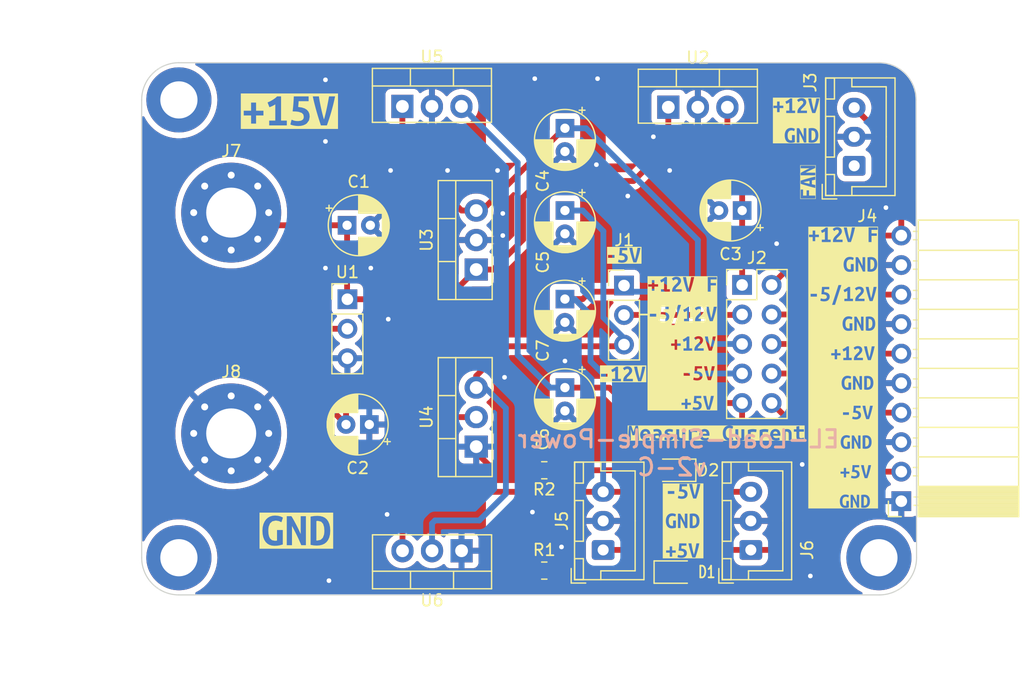
<source format=kicad_pcb>
(kicad_pcb (version 20221018) (generator pcbnew)
  (title_block (title "EL Load Simple Power V${VERSION}-${PCBVERSION}") (date "2022-11-20") (rev "${VERSION}-${PCBVERSION}"))
  (layers (0 "F.Cu" signal) (31 "B.Cu" signal) (34 "B.Paste" user) (35 "F.Paste" user) (36 "B.SilkS" user "B.Silkscreen") (37 "F.SilkS" user "F.Silkscreen") (38 "B.Mask" user) (39 "F.Mask" user) (44 "Edge.Cuts" user))
  (property "PCBVERSION" "C")
  (property "VERSION" "2")
  (net 0 "")
  (net 1 "Net-(U1-GND)")
  (net 2 "+5V")
  (net 3 "Net-(D1-K)")
  (net 4 "-5V")
  (net 5 "+12VA")
  (net 6 "Net-(D2-A)")
  (net 7 "Net-(J1-Pin_2)")
  (net 8 "Net-(J2-Pin_2)")
  (net 9 "+12V")
  (net 10 "Net-(J2-Pin_4)")
  (net 11 "Net-(J2-Pin_6)")
  (net 12 "Net-(J2-Pin_8)")
  (net 13 "Net-(J2-Pin_10)")
  (net 14 "GND")
  (net 15 "+15V")
  (net 16 "-12V")
  (footprint "Capacitor_THT:CP_Radial_D5.0mm_P2.00mm" (layer "F.Cu") (at 90.271113 67.763 180)
    (fp_text reference "C2" (at 1 -3.75) (layer "F.SilkS"))
    (fp_text value "22u")
    (pad "1" thru_hole rect (at 0 0 180) (size 1.6 1.6) (drill 0.8) (layers "*.Cu" "*.Mask") (net 14 "GND"))
    (pad "2" thru_hole circle (at 2 0 180) (size 1.6 1.6) (drill 0.8) (layers "*.Cu" "*.Mask") (net 1 "Net-(U1-GND)"))
  )
  (footprint "kibuzzard-637A8C48" (layer "F.Cu") (at 112.2 53.2)
    (fp_text reference "kibuzzard-637A8C48" hide)
    (fp_text value "G***" hide)
  )
  (footprint "Connector_PinHeader_2.54mm:PinHeader_2x05_P2.54mm_Vertical" (layer "F.Cu") (at 122.331 55.7538)
    (fp_text reference "J2" (at 1.27 -2.33) (layer "F.SilkS"))
    (fp_text value "Current" hide)
    (pad "1" thru_hole rect (at 0 0) (size 1.7 1.7) (drill 1) (layers "*.Cu" "*.Mask") (net 5 "+12VA"))
    (pad "2" thru_hole oval (at 2.54 0) (size 1.7 1.7) (drill 1) (layers "*.Cu" "*.Mask") (net 8 "Net-(J2-Pin_2)"))
    (pad "3" thru_hole oval (at 0 2.54) (size 1.7 1.7) (drill 1) (layers "*.Cu" "*.Mask") (net 7 "Net-(J1-Pin_2)"))
    (pad "4" thru_hole oval (at 2.54 2.54) (size 1.7 1.7) (drill 1) (layers "*.Cu" "*.Mask") (net 10 "Net-(J2-Pin_4)"))
    (pad "5" thru_hole oval (at 0 5.08) (size 1.7 1.7) (drill 1) (layers "*.Cu" "*.Mask") (net 9 "+12V"))
    (pad "6" thru_hole oval (at 2.54 5.08) (size 1.7 1.7) (drill 1) (layers "*.Cu" "*.Mask") (net 11 "Net-(J2-Pin_6)"))
    (pad "7" thru_hole oval (at 0 7.62) (size 1.7 1.7) (drill 1) (layers "*.Cu" "*.Mask") (net 4 "-5V"))
    (pad "8" thru_hole oval (at 2.54 7.62) (size 1.7 1.7) (drill 1) (layers "*.Cu" "*.Mask") (net 12 "Net-(J2-Pin_8)"))
    (pad "9" thru_hole oval (at 0 10.16) (size 1.7 1.7) (drill 1) (layers "*.Cu" "*.Mask") (net 2 "+5V"))
    (pad "10" thru_hole oval (at 2.54 10.16) (size 1.7 1.7) (drill 1) (layers "*.Cu" "*.Mask") (net 13 "Net-(J2-Pin_10)"))
  )
  (footprint "MountingHole:MountingHole_3.2mm_M3_DIN965_Pad" (layer "F.Cu") (at 73.896 39.828)
    (fp_text reference "H1" hide)
    (fp_text value "MountingHole")
    (pad "1" thru_hole circle (at 0 0) (size 5.6 5.6) (drill 3.2) (layers "*.Cu" "*.Mask"))
  )
  (footprint "Package_TO_SOT_THT:TO-220-3_Vertical" (layer "F.Cu") (at 93.116 40.388)
    (fp_text reference "U5" (at 2.54 -4.27) (layer "F.SilkS"))
    (fp_text value "LM7805_TO220")
    (pad "1" thru_hole rect (at 0 0) (size 1.905 2) (drill 1.1) (layers "*.Cu" "*.Mask") (net 9 "+12V"))
    (pad "2" thru_hole oval (at 2.54 0) (size 1.905 2) (drill 1.1) (layers "*.Cu" "*.Mask") (net 14 "GND"))
    (pad "3" thru_hole oval (at 5.08 0) (size 1.905 2) (drill 1.1) (layers "*.Cu" "*.Mask") (net 2 "+5V"))
  )
  (footprint "Connector_PinSocket_2.54mm:PinSocket_1x10_P2.54mm_Horizontal" (layer "F.Cu") (at 136.0208 74.3616 180)
    (fp_text reference "J4" (at 2.9248 24.5336) (layer "F.SilkS"))
    (fp_text value "Conn_01x10")
    (pad "1" thru_hole rect (at 0 0 180) (size 1.7 1.7) (drill 1) (layers "*.Cu" "*.Mask") (net 14 "GND"))
    (pad "2" thru_hole oval (at 0 2.54 180) (size 1.7 1.7) (drill 1) (layers "*.Cu" "*.Mask") (net 13 "Net-(J2-Pin_10)"))
    (pad "3" thru_hole oval (at 0 5.08 180) (size 1.7 1.7) (drill 1) (layers "*.Cu" "*.Mask") (net 14 "GND"))
    (pad "4" thru_hole oval (at 0 7.62 180) (size 1.7 1.7) (drill 1) (layers "*.Cu" "*.Mask") (net 12 "Net-(J2-Pin_8)"))
    (pad "5" thru_hole oval (at 0 10.16 180) (size 1.7 1.7) (drill 1) (layers "*.Cu" "*.Mask") (net 14 "GND"))
    (pad "6" thru_hole oval (at 0 12.7 180) (size 1.7 1.7) (drill 1) (layers "*.Cu" "*.Mask") (net 11 "Net-(J2-Pin_6)"))
    (pad "7" thru_hole oval (at 0 15.24 180) (size 1.7 1.7) (drill 1) (layers "*.Cu" "*.Mask") (net 14 "GND"))
    (pad "8" thru_hole oval (at 0 17.78 180) (size 1.7 1.7) (drill 1) (layers "*.Cu" "*.Mask") (net 10 "Net-(J2-Pin_4)"))
    (pad "9" thru_hole oval (at 0 20.32 180) (size 1.7 1.7) (drill 1) (layers "*.Cu" "*.Mask") (net 14 "GND"))
    (pad "10" thru_hole oval (at 0 22.86 180) (size 1.7 1.7) (drill 1) (layers "*.Cu" "*.Mask") (net 8 "Net-(J2-Pin_2)"))
  )
  (footprint "Capacitor_THT:CP_Radial_D5.0mm_P2.00mm" (layer "F.Cu") (at 107.096 49.348 -90)
    (fp_text reference "C5" (at 4.445 1.905 90) (layer "F.SilkS"))
    (fp_text value "10u")
    (pad "1" thru_hole rect (at 0 0 270) (size 1.6 1.6) (drill 0.8) (layers "*.Cu" "*.Mask") (net 16 "-12V"))
    (pad "2" thru_hole circle (at 2 0 270) (size 1.6 1.6) (drill 0.8) (layers "*.Cu" "*.Mask") (net 14 "GND"))
  )
  (footprint "Package_TO_SOT_THT:TO-220-3_Vertical" (layer "F.Cu") (at 98.206 78.628 180)
    (fp_text reference "U6" (at 2.54 -4.27 180) (layer "F.SilkS"))
    (fp_text value "LM7905_TO220")
    (pad "1" thru_hole rect (at 0 0 180) (size 1.905 2) (drill 1.1) (layers "*.Cu" "*.Mask") (net 14 "GND"))
    (pad "2" thru_hole oval (at 2.54 0 180) (size 1.905 2) (drill 1.1) (layers "*.Cu" "*.Mask") (net 16 "-12V"))
    (pad "3" thru_hole oval (at 5.08 0 180) (size 1.905 2) (drill 1.1) (layers "*.Cu" "*.Mask") (net 4 "-5V"))
  )
  (footprint "Connector_JST:JST_XH_B3B-XH-A_1x03_P2.50mm_Vertical" (layer "F.Cu") (at 131.971 45.498 90)
    (fp_text reference "J3" (at 7.17 -3.775 90) (layer "F.SilkS"))
    (fp_text value "Fan")
    (pad "1" thru_hole roundrect (at 0 0 90) (size 1.7 1.95) (drill 0.95) (layers "*.Cu" "*.Mask") (roundrect_rratio 0.1470588235))
    (pad "2" thru_hole oval (at 2.5 0 90) (size 1.7 1.95) (drill 0.95) (layers "*.Cu" "*.Mask") (net 14 "GND"))
    (pad "3" thru_hole oval (at 5 0 90) (size 1.7 1.95) (drill 0.95) (layers "*.Cu" "*.Mask") (net 8 "Net-(J2-Pin_2)"))
  )
  (footprint "Capacitor_THT:CP_Radial_D5.0mm_P2.00mm" (layer "F.Cu") (at 122.336 49.348 180)
    (fp_text reference "C3" (at 1 -3.75) (layer "F.SilkS"))
    (fp_text value "10u")
    (pad "1" thru_hole rect (at 0 0 180) (size 1.6 1.6) (drill 0.8) (layers "*.Cu" "*.Mask") (net 5 "+12VA"))
    (pad "2" thru_hole circle (at 2 0 180) (size 1.6 1.6) (drill 0.8) (layers "*.Cu" "*.Mask") (net 14 "GND"))
  )
  (footprint "Resistor_SMD:R_0805_2012Metric_Pad1.20x1.40mm_HandSolder" (layer "F.Cu") (at 105.318 71.7 180)
    (fp_text reference "R2" (at 0 -1.65) (layer "F.SilkS"))
    (fp_text value "4k7")
    (pad "1" smd roundrect (at -1 0 180) (size 1.2 1.4) (layers "F.Cu" "F.Paste" "F.Mask") (roundrect_rratio 0.2083333333) (net 6 "Net-(D2-A)"))
    (pad "2" smd roundrect (at 1 0 180) (size 1.2 1.4) (layers "F.Cu" "F.Paste" "F.Mask") (roundrect_rratio 0.2083333333) (net 14 "GND"))
  )
  (footprint "kibuzzard-63653277" (layer "F.Cu") (at 127.996 46.9 90)
    (fp_text reference "kibuzzard-63653277" hide)
    (fp_text value "G***" hide)
  )
  (footprint "MountingHole:MountingHole_4.3mm_M4_Pad_Via" (layer "F.Cu") (at 78.394 49.528)
    (fp_text reference "J7" (at 0 -5.3) (layer "F.SilkS"))
    (fp_text value "+")
    (pad "1" thru_hole circle (at -3.225 0) (size 0.9 0.9) (drill 0.6) (layers "*.Cu" "*.Mask") (net 15 "+15V"))
    (pad "1" thru_hole circle (at -2.280419 -2.280419) (size 0.9 0.9) (drill 0.6) (layers "*.Cu" "*.Mask") (net 15 "+15V"))
    (pad "1" thru_hole circle (at -2.280419 2.280419) (size 0.9 0.9) (drill 0.6) (layers "*.Cu" "*.Mask") (net 15 "+15V"))
    (pad "1" thru_hole circle (at 0 -3.225) (size 0.9 0.9) (drill 0.6) (layers "*.Cu" "*.Mask") (net 15 "+15V"))
    (pad "1" thru_hole circle (at 0 0) (size 8.6 8.6) (drill 4.3) (layers "*.Cu" "*.Mask") (net 15 "+15V"))
    (pad "1" thru_hole circle (at 0 3.225) (size 0.9 0.9) (drill 0.6) (layers "*.Cu" "*.Mask") (net 15 "+15V"))
    (pad "1" thru_hole circle (at 2.280419 -2.280419) (size 0.9 0.9) (drill 0.6) (layers "*.Cu" "*.Mask") (net 15 "+15V"))
    (pad "1" thru_hole circle (at 2.280419 2.280419) (size 0.9 0.9) (drill 0.6) (layers "*.Cu" "*.Mask") (net 15 "+15V"))
    (pad "1" thru_hole circle (at 3.225 0) (size 0.9 0.9) (drill 0.6) (layers "*.Cu" "*.Mask") (net 15 "+15V"))
  )
  (footprint "LED_SMD:LED_0805_2012Metric_Pad1.15x1.40mm_HandSolder" (layer "F.Cu") (at 116.621 80.463)
    (fp_text reference "D1" (at 2.667 0) (layer "F.SilkS") (effects (font (size 1 0.75))))
    (fp_text value "LED")
    (pad "1" smd roundrect (at -1.025 0) (size 1.15 1.4) (layers "F.Cu" "F.Paste" "F.Mask") (roundrect_rratio 0.2173913043) (net 3 "Net-(D1-K)"))
    (pad "2" smd roundrect (at 1.025 0) (size 1.15 1.4) (layers "F.Cu" "F.Paste" "F.Mask") (roundrect_rratio 0.2173913043) (net 2 "+5V"))
  )
  (footprint "kibuzzard-637A8B4C" (layer "F.Cu") (at 127 41.6)
    (fp_text reference "kibuzzard-637A8B4C" hide)
    (fp_text value "G***" hide)
  )
  (footprint "Connector_JST:JST_XH_B3B-XH-A_1x03_P2.50mm_Vertical" (layer "F.Cu") (at 123.081 78.558 90)
    (fp_text reference "J6" (at 0 4.843 90) (layer "F.SilkS"))
    (fp_text value "+-5V")
    (pad "1" thru_hole roundrect (at 0 0 90) (size 1.7 1.95) (drill 0.95) (layers "*.Cu" "*.Mask") (roundrect_rratio 0.1470588235) (net 2 "+5V"))
    (pad "2" thru_hole oval (at 2.5 0 90) (size 1.7 1.95) (drill 0.95) (layers "*.Cu" "*.Mask") (net 14 "GND"))
    (pad "3" thru_hole oval (at 5 0 90) (size 1.7 1.95) (drill 0.95) (layers "*.Cu" "*.Mask") (net 4 "-5V"))
  )
  (footprint "kibuzzard-636532B8" (layer "F.Cu") (at 117.196 60.778)
    (fp_text reference "kibuzzard-636532B8" hide)
    (fp_text value "G***" hide)
  )
  (footprint "Package_TO_SOT_THT:TO-220-3_Vertical" (layer "F.Cu") (at 115.986 40.458)
    (fp_text reference "U2" (at 2.54 -4.27) (layer "F.SilkS"))
    (fp_text value "LM7812_TO220")
    (pad "1" thru_hole rect (at 0 0) (size 1.905 2) (drill 1.1) (layers "*.Cu" "*.Mask") (net 15 "+15V"))
    (pad "2" thru_hole oval (at 2.54 0) (size 1.905 2) (drill 1.1) (layers "*.Cu" "*.Mask") (net 14 "GND"))
    (pad "3" thru_hole oval (at 5.08 0) (size 1.905 2) (drill 1.1) (layers "*.Cu" "*.Mask") (net 5 "+12VA"))
  )
  (footprint "Connector_JST:JST_XH_B3B-XH-A_1x03_P2.50mm_Vertical" (layer "F.Cu") (at 110.381 78.558 90)
    (fp_text reference "J5" (at 2.5 -3.55 90) (layer "F.SilkS"))
    (fp_text value "+-5V")
    (pad "1" thru_hole roundrect (at 0 0 90) (size 1.7 1.95) (drill 0.95) (layers "*.Cu" "*.Mask") (roundrect_rratio 0.1470588235) (net 2 "+5V"))
    (pad "2" thru_hole oval (at 2.5 0 90) (size 1.7 1.95) (drill 0.95) (layers "*.Cu" "*.Mask") (net 14 "GND"))
    (pad "3" thru_hole oval (at 5 0 90) (size 1.7 1.95) (drill 0.95) (layers "*.Cu" "*.Mask") (net 4 "-5V"))
  )
  (footprint "kibuzzard-637A8C53" (layer "F.Cu") (at 112.1 63.4)
    (fp_text reference "kibuzzard-637A8C53" hide)
    (fp_text value "G***" hide)
  )
  (footprint "Capacitor_THT:CP_Radial_D5.0mm_P2.00mm" (layer "F.Cu") (at 107.096 56.968 -90)
    (fp_text reference "C7" (at 4.445 1.905 90) (layer "F.SilkS"))
    (fp_text value "10u")
    (pad "1" thru_hole rect (at 0 0 270) (size 1.6 1.6) (drill 0.8) (layers "*.Cu" "*.Mask") (net 4 "-5V"))
    (pad "2" thru_hole circle (at 2 0 270) (size 1.6 1.6) (drill 0.8) (layers "*.Cu" "*.Mask") (net 14 "GND"))
  )
  (footprint "Capacitor_THT:CP_Radial_D5.0mm_P2.00mm" (layer "F.Cu") (at 107.096 64.588 -90)
    (fp_text reference "C6" (at 4.445 1.905 90) (layer "F.SilkS"))
    (fp_text value "10u")
    (pad "1" thru_hole rect (at 0 0 270) (size 1.6 1.6) (drill 0.8) (layers "*.Cu" "*.Mask") (net 2 "+5V"))
    (pad "2" thru_hole circle (at 2 0 270) (size 1.6 1.6) (drill 0.8) (layers "*.Cu" "*.Mask") (net 14 "GND"))
  )
  (footprint "Capacitor_THT:CP_Radial_D5.0mm_P2.00mm" (layer "F.Cu") (at 107.096 42.268 -90)
    (fp_text reference "C4" (at 4.54 1.905 90) (layer "F.SilkS"))
    (fp_text value "10u")
    (pad "1" thru_hole rect (at 0 0 270) (size 1.6 1.6) (drill 0.8) (layers "*.Cu" "*.Mask") (net 9 "+12V"))
    (pad "2" thru_hole circle (at 2 0 270) (size 1.6 1.6) (drill 0.8) (layers "*.Cu" "*.Mask") (net 14 "GND"))
  )
  (footprint "kibuzzard-6365324F" (layer "F.Cu") (at 131.0228 62.8608)
    (fp_text reference "kibuzzard-6365324F" hide)
    (fp_text value "G***" hide)
  )
  (footprint "Connector_PinHeader_2.54mm:PinHeader_1x03_P2.54mm_Vertical" (layer "F.Cu") (at 112.176 55.803)
    (fp_text reference "J1" (at 0.024 -3.903) (layer "F.SilkS"))
    (fp_text value "Conn_01x03")
    (pad "1" thru_hole rect (at 0 0) (size 1.7 1.7) (drill 1) (layers "*.Cu" "*.Mask") (net 4 "-5V"))
    (pad "2" thru_hole oval (at 0 2.54) (size 1.7 1.7) (drill 1) (layers "*.Cu" "*.Mask") (net 7 "Net-(J1-Pin_2)"))
    (pad "3" thru_hole oval (at 0 5.08) (size 1.7 1.7) (drill 1) (layers "*.Cu" "*.Mask") (net 16 "-12V"))
  )
  (footprint "MountingHole:MountingHole_3.2mm_M3_DIN965_Pad" (layer "F.Cu") (at 134.096 79.228)
    (fp_text reference "H3" hide)
    (fp_text value "MountingHole")
    (pad "1" thru_hole circle (at 0 0) (size 5.6 5.6) (drill 3.2) (layers "*.Cu" "*.Mask"))
  )
  (footprint "Package_TO_SOT_THT:TO-220-3_Vertical" (layer "F.Cu") (at 99.466 54.428 90)
    (fp_text reference "U3" (at 2.54 -4.27 90) (layer "F.SilkS"))
    (fp_text value "LM7812_TO220")
    (pad "1" thru_hole rect (at 0 0 90) (size 1.905 2) (drill 1.1) (layers "*.Cu" "*.Mask") (net 15 "+15V"))
    (pad "2" thru_hole oval (at 2.54 0 90) (size 1.905 2) (drill 1.1) (layers "*.Cu" "*.Mask") (net 14 "GND"))
    (pad "3" thru_hole oval (at 5.08 0 90) (size 1.905 2) (drill 1.1) (layers "*.Cu" "*.Mask") (net 9 "+12V"))
  )
  (footprint "Connector_PinHeader_2.54mm:PinHeader_1x03_P2.54mm_Vertical" (layer "F.Cu") (at 88.385888 56.983)
    (fp_text reference "U1" (at 0 -2.33) (layer "F.SilkS"))
    (fp_text value "AMSRO-7815")
    (pad "1" thru_hole rect (at 0 0) (size 1.7 1.7) (drill 1) (layers "*.Cu" "*.Mask") (net 15 "+15V"))
    (pad "2" thru_hole oval (at 0 2.54) (size 1.7 1.7) (drill 1) (layers "*.Cu" "*.Mask") (net 1 "Net-(U1-GND)"))
    (pad "3" thru_hole oval (at 0 5.08) (size 1.7 1.7) (drill 1) (layers "*.Cu" "*.Mask") (net 14 "GND"))
  )
  (footprint "Package_TO_SOT_THT:TO-220-3_Vertical" (layer "F.Cu") (at 99.466 69.668 90)
    (fp_text reference "U4" (at 2.54 -4.27 90) (layer "F.SilkS"))
    (fp_text value "LM7912_TO220")
    (pad "1" thru_hole rect (at 0 0 90) (size 1.905 2) (drill 1.1) (layers "*.Cu" "*.Mask") (net 14 "GND"))
    (pad "2" thru_hole oval (at 2.54 0 90) (size 1.905 2) (drill 1.1) (layers "*.Cu" "*.Mask") (net 1 "Net-(U1-GND)"))
    (pad "3" thru_hole oval (at 5.08 0 90) (size 1.905 2) (drill 1.1) (layers "*.Cu" "*.Mask") (net 16 "-12V"))
  )
  (footprint "MountingHole:MountingHole_3.2mm_M3_DIN965_Pad" (layer "F.Cu") (at 73.896 79.228)
    (fp_text reference "H2" hide)
    (fp_text value "MountingHole")
    (pad "1" thru_hole circle (at 0 0) (size 5.6 5.6) (drill 3.2) (layers "*.Cu" "*.Mask"))
  )
  (footprint "kibuzzard-637A8A74" (layer "F.Cu") (at 120.1 68.5)
    (fp_text reference "kibuzzard-637A8A74" hide)
    (fp_text value "G***" hide)
  )
  (footprint "Capacitor_THT:CP_Radial_D5.0mm_P2.00mm" (layer "F.Cu") (at 88.360888 50.618)
    (fp_text reference "C1" (at 1 -3.75) (layer "F.SilkS"))
    (fp_text value "10u")
    (pad "1" thru_hole rect (at 0 0) (size 1.6 1.6) (drill 0.8) (layers "*.Cu" "*.Mask") (net 15 "+15V"))
    (pad "2" thru_hole circle (at 2 0) (size 1.6 1.6) (drill 0.8) (layers "*.Cu" "*.Mask") (net 14 "GND"))
  )
  (footprint "MountingHole:MountingHole_4.3mm_M4_Pad_Via" (layer "F.Cu") (at 78.394 68.528)
    (fp_text reference "J8" (at 0 -5.3) (layer "F.SilkS"))
    (fp_text value "-")
    (pad "1" thru_hole circle (at -3.225 0) (size 0.9 0.9) (drill 0.6) (layers "*.Cu" "*.Mask") (net 14 "GND"))
    (pad "1" thru_hole circle (at -2.280419 -2.280419) (size 0.9 0.9) (drill 0.6) (layers "*.Cu" "*.Mask") (net 14 "GND"))
    (pad "1" thru_hole circle (at -2.280419 2.280419) (size 0.9 0.9) (drill 0.6) (layers "*.Cu" "*.Mask") (net 14 "GND"))
    (pad "1" thru_hole circle (at 0 -3.225) (size 0.9 0.9) (drill 0.6) (layers "*.Cu" "*.Mask") (net 14 "GND"))
    (pad "1" thru_hole circle (at 0 0) (size 8.6 8.6) (drill 4.3) (layers "*.Cu" "*.Mask") (net 14 "GND"))
    (pad "1" thru_hole circle (at 0 3.225) (size 0.9 0.9) (drill 0.6) (layers "*.Cu" "*.Mask") (net 14 "GND"))
    (pad "1" thru_hole circle (at 2.280419 -2.280419) (size 0.9 0.9) (drill 0.6) (layers "*.Cu" "*.Mask") (net 14 "GND"))
    (pad "1" thru_hole circle (at 2.280419 2.280419) (size 0.9 0.9) (drill 0.6) (layers "*.Cu" "*.Mask") (net 14 "GND"))
    (pad "1" thru_hole circle (at 3.225 0) (size 0.9 0.9) (drill 0.6) (layers "*.Cu" "*.Mask") (net 14 "GND"))
  )
  (footprint "kibuzzard-63653018" (layer "F.Cu") (at 117.256 76.058)
    (fp_text reference "kibuzzard-63653018" hide)
    (fp_text value "G***" hide)
  )
  (footprint "kibuzzard-637A8BC6" (layer "F.Cu") (at 83.4 40.8)
    (fp_text reference "kibuzzard-637A8BC6" hide)
    (fp_text value "G***" hide)
  )
  (footprint "Resistor_SMD:R_0805_2012Metric_Pad1.20x1.40mm_HandSolder" (layer "F.Cu") (at 105.318 80.336 180)
    (fp_text reference "R1" (at 0 1.778) (layer "F.SilkS"))
    (fp_text value "4k7")
    (pad "1" smd roundrect (at -1 0 180) (size 1.2 1.4) (layers "F.Cu" "F.Paste" "F.Mask") (roundrect_rratio 0.2083333333) (net 3 "Net-(D1-K)"))
    (pad "2" smd roundrect (at 1 0 180) (size 1.2 1.4) (layers "F.Cu" "F.Paste" "F.Mask") (roundrect_rratio 0.2083333333) (net 14 "GND"))
  )
  (footprint "kibuzzard-637A8BAE" (layer "F.Cu") (at 83.996 76.9)
    (fp_text reference "kibuzzard-637A8BAE" hide)
    (fp_text value "G***" hide)
  )
  (footprint "LED_SMD:LED_0805_2012Metric_Pad1.15x1.40mm_HandSolder" (layer "F.Cu") (at 116.494 71.7 180)
    (fp_text reference "D2" (at -2.906 0) (layer "F.SilkS"))
    (fp_text value "LED")
    (pad "1" smd roundrect (at -1.025 0 180) (size 1.15 1.4) (layers "F.Cu" "F.Paste" "F.Mask") (roundrect_rratio 0.2173913043) (net 4 "-5V"))
    (pad "2" smd roundrect (at 1.025 0 180) (size 1.15 1.4) (layers "F.Cu" "F.Paste" "F.Mask") (roundrect_rratio 0.2173913043) (net 6 "Net-(D2-A)"))
  )
  (gr_line (start 113.5 58.3) (end 114.2 58.3) (stroke (width 0.15)) (layer "F.SilkS"))
  (gr_arc (start 137.333258 79.228) (mid 136.395997 81.490727) (end 134.133258 82.428) (stroke (width 0.1)) (layer "Edge.Cuts"))
  (gr_line (start 137.296 39.828) (end 137.333258 79.228) (stroke (width 0.1)) (layer "Edge.Cuts"))
  (gr_line (start 134.133258 82.428) (end 73.896 82.428) (stroke (width 0.1)) (layer "Edge.Cuts"))
  (gr_arc (start 70.696 39.828) (mid 71.633258 37.565258) (end 73.896 36.628) (stroke (width 0.1)) (layer "Edge.Cuts"))
  (gr_arc (start 134.096 36.628) (mid 136.358742 37.565258) (end 137.296 39.828) (stroke (width 0.1)) (layer "Edge.Cuts"))
  (gr_arc (start 73.896 82.428) (mid 71.633258 81.490742) (end 70.696 79.228) (stroke (width 0.1)) (layer "Edge.Cuts"))
  (gr_line (start 70.696 79.228) (end 70.696 39.828) (stroke (width 0.1)) (layer "Edge.Cuts"))
  (gr_line (start 73.896 36.628) (end 134.096 36.628) (stroke (width 0.1)) (layer "Edge.Cuts"))
  (gr_text "EL-Load-Simple-Power \nv${VERSION}-${PCBVERSION}" (at 116.296 70.228) (layer "B.SilkS") (effects (font (size 1.5 1.5) (thickness 0.25)) (justify mirror)))
  (segment (start 88.271113 66.394887) (end 88.808 65.858) (width 0.5) (layer "F.Cu") (net 1))
  (segment (start 86.014 65.505887) (end 88.271113 67.763) (width 0.5) (layer "F.Cu") (net 1))
  (segment (start 95.412 65.858) (end 96.682 67.128) (width 0.5) (layer "F.Cu") (net 1))
  (segment (start 88.271113 67.763) (end 88.271113 66.394887) (width 0.5) (layer "F.Cu") (net 1))
  (segment (start 88.385888 59.523) (end 86.761 59.523) (width 0.5) (layer "F.Cu") (net 1))
  (segment (start 88.808 65.858) (end 95.412 65.858) (width 0.5) (layer "F.Cu") (net 1))
  (segment (start 86.761 59.523) (end 86.014 60.27) (width 0.5) (layer "F.Cu") (net 1))
  (segment (start 96.682 67.128) (end 99.466 67.128) (width 0.5) (layer "F.Cu") (net 1))
  (segment (start 86.014 60.27) (end 86.014 65.505887) (width 0.5) (layer "F.Cu") (net 1))
  (segment (start 107.096 64.588) (end 110.906 64.588) (width 0.5) (layer "F.Cu") (net 2))
  (segment (start 110.906 64.588) (end 112.2318 65.9138) (width 0.5) (layer "F.Cu") (net 2))
  (segment (start 112.2318 65.9138) (end 122.331 65.9138) (width 0.5) (layer "F.Cu") (net 2))
  (segment (start 125.638 77.796) (end 124.876 78.558) (width 0.5) (layer "F.Cu") (net 2))
  (segment (start 117.646 78.93) (end 118.018 78.558) (width 0.5) (layer "F.Cu") (net 2))
  (segment (start 122.331 67.377) (end 125.638 70.684) (width 0.5) (layer "F.Cu") (net 2))
  (segment (start 125.638 70.684) (end 125.638 77.796) (width 0.5) (layer "F.Cu") (net 2))
  (segment (start 117.646 80.463) (end 117.646 78.93) (width 0.5) (layer "F.Cu") (net 2))
  (segment (start 124.876 78.558) (end 123.081 78.558) (width 0.5) (layer "F.Cu") (net 2))
  (segment (start 122.331 65.9138) (end 122.331 67.377) (width 0.5) (layer "F.Cu") (net 2))
  (segment (start 123.081 78.558) (end 118.018 78.558) (width 0.5) (layer "F.Cu") (net 2))
  (segment (start 118.018 78.558) (end 110.381 78.558) (width 0.5) (layer "F.Cu") (net 2))
  (segment (start 98.196 40.388) (end 103.032 45.224) (width 0.5) (layer "B.Cu") (net 2))
  (segment (start 103.032 61.794) (end 105.826 64.588) (width 0.5) (layer "B.Cu") (net 2))
  (segment (start 103.032 45.224) (end 103.032 61.794) (width 0.5) (layer "B.Cu") (net 2))
  (segment (start 105.826 64.588) (end 107.096 64.588) (width 0.5) (layer "B.Cu") (net 2))
  (segment (start 115.596 80.463) (end 106.445 80.463) (width 0.5) (layer "F.Cu") (net 3))
  (segment (start 106.445 80.463) (end 106.318 80.336) (width 0.5) (layer "F.Cu") (net 3))
  (segment (start 93.126 78.628) (end 93.126 76.498) (width 0.5) (layer "F.Cu") (net 4))
  (segment (start 117.519 71.7) (end 117.519 73.487) (width 0.5) (layer "F.Cu") (net 4))
  (segment (start 93.126 76.498) (end 96.066 73.558) (width 0.5) (layer "F.Cu") (net 4))
  (segment (start 117.519 73.487) (end 117.59 73.558) (width 0.5) (layer "F.Cu") (net 4))
  (segment (start 108.62 56.968) (end 109.255 56.333) (width 0.5) (layer "F.Cu") (net 4))
  (segment (start 109.255 56.333) (end 112.176 56.333) (width 0.5) (layer "F.Cu") (net 4))
  (segment (start 117.59 73.558) (end 110.381 73.558) (width 0.5) (layer "F.Cu") (net 4))
  (segment (start 96.066 73.558) (end 110.381 73.558) (width 0.5) (layer "F.Cu") (net 4))
  (segment (start 107.096 56.968) (end 108.62 56.968) (width 0.5) (layer "F.Cu") (net 4))
  (segment (start 123.081 73.558) (end 117.59 73.558) (width 0.5) (layer "F.Cu") (net 4))
  (segment (start 107.096 56.968) (end 107.936 56.968) (width 0.5) (layer "B.Cu") (net 4))
  (segment (start 109.296 58.328) (end 109.296 62.328) (width 0.5) (layer "B.Cu") (net 4))
  (segment (start 107.936 56.968) (end 109.296 58.328) (width 0.5) (layer "B.Cu") (net 4))
  (segment (start 110.381 63.413) (end 110.381 73.558) (width 0.5) (layer "B.Cu") (net 4))
  (segment (start 115.351 56.333) (end 115.986 56.968) (width 0.5) (layer "B.Cu") (net 4))
  (segment (start 115.986 56.968) (end 115.986 61.286) (width 0.5) (layer "B.Cu") (net 4))
  (segment (start 112.176 56.333) (end 115.351 56.333) (width 0.5) (layer "B.Cu") (net 4))
  (segment (start 110.196 63.228) (end 110.381 63.413) (width 0.5) (layer "B.Cu") (net 4))
  (segment (start 109.296 62.328) (end 110.196 63.228) (width 0.5) (layer "B.Cu") (net 4))
  (segment (start 115.986 61.286) (end 118.0738 63.3738) (width 0.5) (layer "B.Cu") (net 4))
  (segment (start 118.0738 63.3738) (end 122.331 63.3738) (width 0.5) (layer "B.Cu") (net 4))
  (segment (start 121.066 45.066) (end 122.336 46.336) (width 0.5) (layer "F.Cu") (net 5))
  (segment (start 122.336 55.7488) (end 122.331 55.7538) (width 0.5) (layer "F.Cu") (net 5))
  (segment (start 122.336 46.336) (end 122.336 49.348) (width 0.5) (layer "F.Cu") (net 5))
  (segment (start 122.336 49.348) (end 122.336 55.7488) (width 0.5) (layer "F.Cu") (net 5))
  (segment (start 121.066 40.458) (end 121.066 45.066) (width 0.5) (layer "F.Cu") (net 5))
  (segment (start 106.318 71.7) (end 115.469 71.7) (width 0.5) (layer "F.Cu") (net 6))
  (segment (start 122.2918 58.333) (end 122.331 58.2938) (width 0.5) (layer "F.Cu") (net 7))
  (segment (start 112.176 58.333) (end 122.2918 58.333) (width 0.5) (layer "F.Cu") (net 7))
  (segment (start 136.0208 51.5016) (end 129.1232 51.5016) (width 0.5) (layer "F.Cu") (net 8))
  (segment (start 129.1232 51.5016) (end 124.871 55.7538) (width 0.5) (layer "F.Cu") (net 8))
  (segment (start 136.0208 44.5478) (end 136.0208 51.5016) (width 0.5) (layer "F.Cu") (net 8))
  (segment (start 131.971 40.498) (end 136.0208 44.5478) (width 0.5) (layer "F.Cu") (net 8))
  (segment (start 107.032 42.268) (end 107.096 42.268) (width 0.5) (layer "F.Cu") (net 9))
  (segment (start 99.952 49.348) (end 107.032 42.268) (width 0.5) (layer "F.Cu") (net 9))
  (segment (start 99.466 49.348) (end 99.952 49.348) (width 0.5) (layer "F.Cu") (net 9))
  (segment (start 99.466 49.348) (end 98.206 49.348) (width 0.5) (layer "F.Cu") (net 9))
  (segment (start 98.206 49.348) (end 93.116 44.258) (width 0.5) (layer "F.Cu") (net 9))
  (segment (start 93.116 44.258) (end 93.116 40.388) (width 0.5) (layer "F.Cu") (net 9))
  (segment (start 118.526 59.508) (end 119.8518 60.8338) (width 0.5) (layer "B.Cu") (net 9))
  (segment (start 119.8518 60.8338) (end 122.331 60.8338) (width 0.5) (layer "B.Cu") (net 9))
  (segment (start 108.906 42.268) (end 118.526 51.888) (width 0.5) (layer "B.Cu") (net 9))
  (segment (start 107.096 42.268) (end 108.906 42.268) (width 0.5) (layer "B.Cu") (net 9))
  (segment (start 118.526 51.888) (end 118.526 59.508) (width 0.5) (layer "B.Cu") (net 9))
  (segment (start 124.871 58.2938) (end 129.6462 58.2938) (width 0.5) (layer "F.Cu") (net 10))
  (segment (start 129.6462 58.2938) (end 131.3584 56.5816) (width 0.5) (layer "F.Cu") (net 10))
  (segment (start 131.3584 56.5816) (end 136.0208 56.5816) (width 0.5) (layer "F.Cu") (net 10))
  (segment (start 124.871 60.8338) (end 129.5038 60.8338) (width 0.5) (layer "F.Cu") (net 11))
  (segment (start 129.5038 60.8338) (end 130.464 61.794) (width 0.5) (layer "F.Cu") (net 11))
  (segment (start 130.5964 61.6616) (end 136.0208 61.6616) (width 0.5) (layer "F.Cu") (net 11))
  (segment (start 130.464 61.794) (end 130.5964 61.6616) (width 0.5) (layer "F.Cu") (net 11))
  (segment (start 130.8396 66.7416) (end 136.0208 66.7416) (width 0.5) (layer "F.Cu") (net 12))
  (segment (start 127.4718 63.3738) (end 130.8396 66.7416) (width 0.5) (layer "F.Cu") (net 12))
  (segment (start 124.871 63.3738) (end 127.4718 63.3738) (width 0.5) (layer "F.Cu") (net 12))
  (segment (start 124.871 65.9138) (end 130.6572 71.7) (width 0.5) (layer "F.Cu") (net 13))
  (segment (start 131.0936 71.8216) (end 136.0208 71.8216) (width 0.5) (layer "F.Cu") (net 13))
  (segment (start 130.972 71.7) (end 131.0936 71.8216) (width 0.5) (layer "F.Cu") (net 13))
  (segment (start 130.6572 71.7) (end 130.972 71.7) (width 0.5) (layer "F.Cu") (net 13))
  (segment (start 99.466 70.166) (end 101 71.7) (width 0.5) (layer "F.Cu") (net 14))
  (segment (start 99.466 69.668) (end 99.466 70.166) (width 0.5) (layer "F.Cu") (net 14))
  (segment (start 101 71.7) (end 104.318 71.7) (width 0.5) (layer "F.Cu") (net 14))
  (via (at 86.5 43.4) (size 0.8) (drill 0.4) (layers "F.Cu" "B.Cu") (net 14))
  (via (at 104.5 38) (size 0.8) (drill 0.4) (layers "F.Cu" "B.Cu") (net 14))
  (via (at 86.5 38.1) (size 0.8) (drill 0.4) (layers "F.Cu" "B.Cu") (net 14))
  (via (at 101.9 63.7) (size 0.8) (drill 0.4) (layers "F.Cu" "B.Cu") (net 14))
  (via (at 107.096 62.3) (size 0.8) (drill 0.4) (layers "F.Cu" "B.Cu") (net 14))
  (via (at 91.9 58.7) (size 0.8) (drill 0.4) (layers "F.Cu" "B.Cu") (net 14))
  (via (at 86.8 81.2) (size 0.8) (drill 0.4) (layers "F.Cu" "B.Cu") (net 14))
  (via (at 86.5 54.3) (size 0.8) (drill 0.4) (layers "F.Cu" "B.Cu") (net 14))
  (via (at 91.8 75.5) (size 0.8) (drill 0.4) (layers "F.Cu" "B.Cu") (net 14))
  (via (at 114.7 43) (size 0.8) (drill 0.4) (layers "F.Cu" "B.Cu") (net 14))
  (via (at 101.3 45.9) (size 0.8) (drill 0.4) (layers "F.Cu" "B.Cu") (net 14))
  (via (at 101.75 51.5) (size 0.8) (drill 0.4) (layers "F.Cu" "B.Cu") (net 14))
  (via (at 116.1 45.9) (size 0.8) (drill 0.4) (layers "F.Cu" "B.Cu") (net 14))
  (via (at 134.7 49.1) (size 0.8) (drill 0.4) (layers "F.Cu" "B.Cu") (net 14))
  (via (at 97 45.9) (size 0.8) (drill 0.4) (layers "F.Cu" "B.Cu") (net 14))
  (via (at 106.8 78.3) (size 0.8) (drill 0.4) (layers "F.Cu" "B.Cu") (net 14))
  (via (at 112.5 48.1) (size 0.8) (drill 0.4) (layers "F.Cu" "B.Cu") (net 14))
  (via (at 101.75 49.6) (size 0.8) (drill 0.4) (layers "F.Cu" "B.Cu") (net 14))
  (via (at 109.9 38) (size 0.8) (drill 0.4) (layers "F.Cu" "B.Cu") (net 14))
  (via (at 104.3 75.3) (size 0.8) (drill 0.4) (layers "F.Cu" "B.Cu") (net 14))
  (via (at 92.1 45.9) (size 0.8) (drill 0.4) (layers "F.Cu" "B.Cu") (net 14))
  (via (at 109.8 45.4) (size 0.8) (drill 0.4) (layers "F.Cu" "B.Cu") (net 14))
  (via (at 90.4 54.3) (size 0.8) (drill 0.4) (layers "F.Cu" "B.Cu") (net 14))
  (via (at 125.3 52.2) (size 0.8) (drill 0.4) (layers "F.Cu" "B.Cu") (net 14))
  (via (at 128.2 80.8) (size 0.8) (drill 0.4) (layers "F.Cu" "B.Cu") (net 14))
  (via (at 127.5 71.2) (size 0.8) (drill 0.4) (layers "F.Cu" "B.Cu") (net 14))
  (segment (start 99.466 54.428) (end 100.922 54.428) (width 0.5) (layer "F.Cu") (net 15))
  (segment (start 88.360888 56.958) (end 88.385888 56.983) (width 0.5) (layer "F.Cu") (net 15))
  (segment (start 81.365 50.618) (end 88.360888 50.618) (width 0.5) (layer "F.Cu") (net 15))
  (segment (start 96.911 56.983) (end 99.466 54.428) (width 0.5) (layer "F.Cu") (net 15))
  (segment (start 88.385888 56.983) (end 96.911 56.983) (width 0.5) (layer "F.Cu") (net 15))
  (segment (start 104.892 46.808) (end 112.992 46.808) (width 0.5) (layer "F.Cu") (net 15))
  (segment (start 115.986 43.814) (end 115.986 40.458) (width 0.5) (layer "F.Cu") (net 15))
  (segment (start 100.922 54.428) (end 103.5 51.85) (width 0.5) (layer "F.Cu") (net 15))
  (segment (start 88.360888 50.618) (end 88.360888 56.958) (width 0.5) (layer "F.Cu") (net 15))
  (segment (start 112.992 46.808) (end 115.986 43.814) (width 0.5) (layer "F.Cu") (net 15))
  (segment (start 103.5 51.85) (end 103.5 48.2) (width 0.5) (layer "F.Cu") (net 15))
  (segment (start 103.5 48.2) (end 104.892 46.808) (width 0.5) (layer "F.Cu") (net 15))
  (segment (start 99.466 64.588) (end 99.466 63.582) (width 0.5) (layer "F.Cu") (net 16))
  (segment (start 99.466 63.582) (end 102.016 61.032) (width 0.5) (layer "F.Cu") (net 16))
  (segment (start 102.016 61.032) (end 111.477 61.032) (width 0.5) (layer "F.Cu") (net 16))
  (segment (start 111.477 61.032) (end 112.176 60.333) (width 0.5) (layer "F.Cu") (net 16))
  (segment (start 100.238 64.588) (end 102.016 66.366) (width 0.5) (layer "B.Cu") (net 16))
  (segment (start 95.666 76.272) (end 95.666 78.628) (width 0.5) (layer "B.Cu") (net 16))
  (segment (start 99.73 76.018) (end 95.92 76.018) (width 0.5) (layer "B.Cu") (net 16))
  (segment (start 102.016 66.366) (end 102.016 73.732) (width 0.5) (layer "B.Cu") (net 16))
  (segment (start 99.466 64.588) (end 100.238 64.588) (width 0.5) (layer "B.Cu") (net 16))
  (segment (start 102.016 73.732) (end 99.73 76.018) (width 0.5) (layer "B.Cu") (net 16))
  (segment (start 110.398 58.555) (end 110.398 51.126) (width 0.5) (layer "B.Cu") (net 16))
  (segment (start 110.398 51.126) (end 108.62 49.348) (width 0.5) (layer "B.Cu") (net 16))
  (segment (start 108.62 49.348) (end 107.096 49.348) (width 0.5) (layer "B.Cu") (net 16))
  (segment (start 112.176 60.333) (end 110.398 58.555) (width 0.5) (layer "B.Cu") (net 16))
  (segment (start 95.92 76.018) (end 95.666 76.272) (width 0.5) (layer "B.Cu") (net 16))
  (zone (net 0) (net_name "") (layer "F.Cu") (name "U5 heatsink") (connect_pads (clearance 0)) (min_thickness 0.254)
    (keepout (tracks not_allowed) (vias not_allowed) (pads not_allowed) (copperpour not_allowed) (footprints allowed))
    (fill (thermal_gap 0.508) (thermal_bridge_width 0.508))
    (polygon (pts (xy 103.7 45.2) (xy 100.3 45.3) (xy 100.3 37.8) (xy 91.3 37.8) (xy 91.3 45.3) (xy 87.8 45.3) (xy 87.8 34) (xy 103.7 34)))
  )
  (zone (net 14) (net_name "GND") (layer "F.Cu") (connect_pads (clearance 0.508)) (min_thickness 0.254) (fill yes (thermal_gap 0.508) (thermal_bridge_width 0.508))
    (polygon (pts (xy 138.846 83.638) (xy 68.234 83.638) (xy 68.488 35.378) (xy 138.846 35.378)))
  )
  (zone (net 0) (net_name "") (layer "F.Cu") (name "U5 heatsink") (connect_pads (clearance 0)) (min_thickness 0.254)
    (keepout (tracks not_allowed) (vias not_allowed) (pads not_allowed) (copperpour not_allowed) (footprints allowed))
    (fill (thermal_gap 0.508) (thermal_bridge_width 0.508))
    (polygon (pts (xy 126.5 45.3) (xy 123.1 45.3) (xy 123.1 37.8) (xy 114.1 37.8) (xy 114.1 45.3) (xy 110.6 45.3) (xy 110.6 34) (xy 126.5 34)))
  )
  (zone (net 0) (net_name "") (layer "F.Cu") (name "U6 heatsink1") (connect_pads (clearance 0)) (min_thickness 0.254)
    (keepout (tracks not_allowed) (vias not_allowed) (pads not_allowed) (copperpour not_allowed) (footprints allowed))
    (fill (thermal_gap 0.508) (thermal_bridge_width 0.508))
    (polygon (pts (xy 91 81.2) (xy 100.3 81.2) (xy 100.3 74.3) (xy 103.5 74.3) (xy 103.5 84.9) (xy 87.8 84.9) (xy 87.8 74.3) (xy 91 74.3)))
  )
  (zone (net 14) (net_name "GND") (layer "B.Cu") (connect_pads (clearance 0.508)) (min_thickness 0.254) (fill yes (thermal_gap 0.508) (thermal_bridge_width 0.508))
    (polygon (pts (xy 138.211 83.003) (xy 68.996 83.003) (xy 68.996 36.013) (xy 138.211 36.013)))
  )
)
</source>
